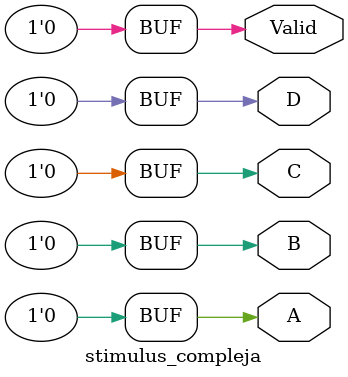
<source format=v>
`timescale 1ps/1ps
module stimulus_compleja (
	output reg A,
	output reg B, 
	output reg C, 
	output reg D,
	output reg Valid
);

  initial begin
Valid=0;
//tpdr
B=0;
D=0;
#400 //tiempo entre transiciones 
C=1;
A=1;
Valid=1;
#800
Valid=0;


//tpdf
D=1;
B=1;
#400
A=0;
B=0;
Valid=1;
#800
Valid=0;


// tcdr
C=1;
D=1;
#400
A=1;
B=1;
Valid=1;
#800
Valid=0;

//tcdf
A=0;
C=0;
#400
B=0;
D=0;
Valid=1;
#800
Valid=0;



  end
endmodule

</source>
